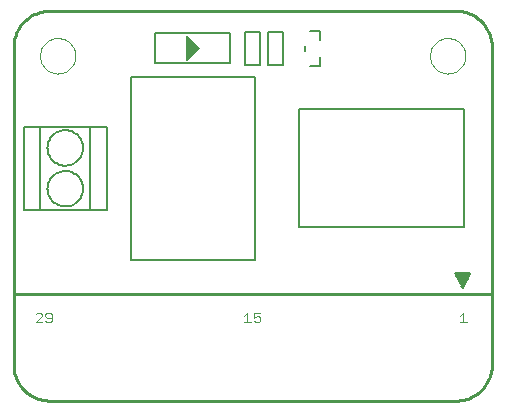
<source format=gto>
G75*
G70*
%OFA0B0*%
%FSLAX24Y24*%
%IPPOS*%
%LPD*%
%AMOC8*
5,1,8,0,0,1.08239X$1,22.5*
%
%ADD10C,0.0050*%
%ADD11C,0.0100*%
%ADD12C,0.0040*%
%ADD13C,0.0000*%
D10*
X004093Y004859D02*
X004093Y010961D01*
X008227Y010961D01*
X008227Y004859D01*
X004093Y004859D01*
X003288Y006532D02*
X002737Y006532D01*
X002737Y009288D01*
X003288Y009288D01*
X003288Y006532D01*
X002737Y006532D02*
X001083Y006532D01*
X001083Y009288D01*
X002737Y009288D01*
X001319Y008591D02*
X001321Y008639D01*
X001327Y008687D01*
X001337Y008734D01*
X001350Y008780D01*
X001368Y008825D01*
X001388Y008869D01*
X001413Y008911D01*
X001441Y008950D01*
X001471Y008987D01*
X001505Y009021D01*
X001542Y009053D01*
X001580Y009082D01*
X001621Y009107D01*
X001664Y009129D01*
X001709Y009147D01*
X001755Y009161D01*
X001802Y009172D01*
X001850Y009179D01*
X001898Y009182D01*
X001946Y009181D01*
X001994Y009176D01*
X002042Y009167D01*
X002088Y009155D01*
X002133Y009138D01*
X002177Y009118D01*
X002219Y009095D01*
X002259Y009068D01*
X002297Y009038D01*
X002332Y009005D01*
X002364Y008969D01*
X002394Y008931D01*
X002420Y008890D01*
X002442Y008847D01*
X002462Y008803D01*
X002477Y008758D01*
X002489Y008711D01*
X002497Y008663D01*
X002501Y008615D01*
X002501Y008567D01*
X002497Y008519D01*
X002489Y008471D01*
X002477Y008424D01*
X002462Y008379D01*
X002442Y008335D01*
X002420Y008292D01*
X002394Y008251D01*
X002364Y008213D01*
X002332Y008177D01*
X002297Y008144D01*
X002259Y008114D01*
X002219Y008087D01*
X002177Y008064D01*
X002133Y008044D01*
X002088Y008027D01*
X002042Y008015D01*
X001994Y008006D01*
X001946Y008001D01*
X001898Y008000D01*
X001850Y008003D01*
X001802Y008010D01*
X001755Y008021D01*
X001709Y008035D01*
X001664Y008053D01*
X001621Y008075D01*
X001580Y008100D01*
X001542Y008129D01*
X001505Y008161D01*
X001471Y008195D01*
X001441Y008232D01*
X001413Y008271D01*
X001388Y008313D01*
X001368Y008357D01*
X001350Y008402D01*
X001337Y008448D01*
X001327Y008495D01*
X001321Y008543D01*
X001319Y008591D01*
X001083Y009288D02*
X000532Y009288D01*
X000532Y006532D01*
X001083Y006532D01*
X001319Y007229D02*
X001321Y007277D01*
X001327Y007325D01*
X001337Y007372D01*
X001350Y007418D01*
X001368Y007463D01*
X001388Y007507D01*
X001413Y007549D01*
X001441Y007588D01*
X001471Y007625D01*
X001505Y007659D01*
X001542Y007691D01*
X001580Y007720D01*
X001621Y007745D01*
X001664Y007767D01*
X001709Y007785D01*
X001755Y007799D01*
X001802Y007810D01*
X001850Y007817D01*
X001898Y007820D01*
X001946Y007819D01*
X001994Y007814D01*
X002042Y007805D01*
X002088Y007793D01*
X002133Y007776D01*
X002177Y007756D01*
X002219Y007733D01*
X002259Y007706D01*
X002297Y007676D01*
X002332Y007643D01*
X002364Y007607D01*
X002394Y007569D01*
X002420Y007528D01*
X002442Y007485D01*
X002462Y007441D01*
X002477Y007396D01*
X002489Y007349D01*
X002497Y007301D01*
X002501Y007253D01*
X002501Y007205D01*
X002497Y007157D01*
X002489Y007109D01*
X002477Y007062D01*
X002462Y007017D01*
X002442Y006973D01*
X002420Y006930D01*
X002394Y006889D01*
X002364Y006851D01*
X002332Y006815D01*
X002297Y006782D01*
X002259Y006752D01*
X002219Y006725D01*
X002177Y006702D01*
X002133Y006682D01*
X002088Y006665D01*
X002042Y006653D01*
X001994Y006644D01*
X001946Y006639D01*
X001898Y006638D01*
X001850Y006641D01*
X001802Y006648D01*
X001755Y006659D01*
X001709Y006673D01*
X001664Y006691D01*
X001621Y006713D01*
X001580Y006738D01*
X001542Y006767D01*
X001505Y006799D01*
X001471Y006833D01*
X001441Y006870D01*
X001413Y006909D01*
X001388Y006951D01*
X001368Y006995D01*
X001350Y007040D01*
X001337Y007086D01*
X001327Y007133D01*
X001321Y007181D01*
X001319Y007229D01*
X004910Y011410D02*
X004910Y012410D01*
X007410Y012410D01*
X007410Y011410D01*
X004910Y011410D01*
X005960Y011510D02*
X005960Y012310D01*
X006010Y012260D01*
X006010Y011560D01*
X006060Y011610D01*
X006060Y012210D01*
X006110Y012160D01*
X006110Y011660D01*
X006160Y011710D01*
X006160Y012110D01*
X006210Y012060D01*
X006210Y011760D01*
X006260Y011810D01*
X006260Y012010D01*
X006310Y011960D01*
X006310Y011860D01*
X006260Y011810D01*
X006210Y011760D02*
X006160Y011710D01*
X006110Y011660D02*
X006060Y011610D01*
X006010Y011560D02*
X005960Y011510D01*
X006310Y011860D02*
X006360Y011910D01*
X006310Y011960D01*
X006260Y012010D02*
X006210Y012060D01*
X006160Y012110D02*
X006110Y012160D01*
X006060Y012210D02*
X006010Y012260D01*
X007910Y012460D02*
X007910Y011360D01*
X008410Y011360D01*
X008410Y012460D01*
X007910Y012460D01*
X008660Y012460D02*
X009160Y012460D01*
X009160Y011360D01*
X008660Y011360D01*
X008660Y012460D01*
X009910Y011985D02*
X009910Y011835D01*
X010060Y011335D02*
X010410Y011335D01*
X010410Y011635D01*
X010410Y012185D02*
X010410Y012485D01*
X010060Y012485D01*
X009707Y009879D02*
X015219Y009879D01*
X015219Y005941D01*
X009707Y005941D01*
X009707Y009879D01*
X014910Y004410D02*
X015160Y003910D01*
X015410Y004410D01*
X014910Y004410D01*
X014925Y004380D02*
X015395Y004380D01*
X015371Y004332D02*
X014949Y004332D01*
X014973Y004283D02*
X015347Y004283D01*
X015322Y004235D02*
X014998Y004235D01*
X015022Y004186D02*
X015298Y004186D01*
X015274Y004138D02*
X015046Y004138D01*
X015070Y004089D02*
X015250Y004089D01*
X015225Y004041D02*
X015095Y004041D01*
X015119Y003992D02*
X015201Y003992D01*
X015177Y003944D02*
X015143Y003944D01*
D11*
X014932Y000164D02*
X001388Y000164D01*
X001321Y000166D01*
X001254Y000172D01*
X001187Y000181D01*
X001121Y000194D01*
X001056Y000211D01*
X000992Y000231D01*
X000929Y000255D01*
X000867Y000283D01*
X000808Y000314D01*
X000750Y000348D01*
X000694Y000385D01*
X000640Y000426D01*
X000588Y000469D01*
X000539Y000515D01*
X000493Y000564D01*
X000450Y000616D01*
X000409Y000670D01*
X000372Y000726D01*
X000338Y000784D01*
X000307Y000843D01*
X000279Y000905D01*
X000255Y000968D01*
X000235Y001032D01*
X000218Y001097D01*
X000205Y001163D01*
X000196Y001230D01*
X000190Y001297D01*
X000188Y001364D01*
X000188Y011956D01*
X000190Y012023D01*
X000196Y012090D01*
X000205Y012157D01*
X000218Y012223D01*
X000235Y012288D01*
X000255Y012352D01*
X000279Y012415D01*
X000307Y012477D01*
X000338Y012536D01*
X000372Y012594D01*
X000409Y012650D01*
X000450Y012704D01*
X000493Y012756D01*
X000539Y012805D01*
X000588Y012851D01*
X000640Y012894D01*
X000694Y012935D01*
X000750Y012972D01*
X000808Y013006D01*
X000867Y013037D01*
X000929Y013065D01*
X000992Y013089D01*
X001056Y013109D01*
X001121Y013126D01*
X001187Y013139D01*
X001254Y013148D01*
X001321Y013154D01*
X001388Y013156D01*
X014932Y013156D01*
X014999Y013154D01*
X015066Y013148D01*
X015133Y013139D01*
X015199Y013126D01*
X015264Y013109D01*
X015328Y013089D01*
X015391Y013065D01*
X015453Y013037D01*
X015512Y013006D01*
X015570Y012972D01*
X015626Y012935D01*
X015680Y012894D01*
X015732Y012851D01*
X015781Y012805D01*
X015827Y012756D01*
X015870Y012704D01*
X015911Y012650D01*
X015948Y012594D01*
X015982Y012536D01*
X016013Y012477D01*
X016041Y012415D01*
X016065Y012352D01*
X016085Y012288D01*
X016102Y012223D01*
X016115Y012157D01*
X016124Y012090D01*
X016130Y012023D01*
X016132Y011956D01*
X016132Y001364D01*
X016130Y001297D01*
X016124Y001230D01*
X016115Y001163D01*
X016102Y001097D01*
X016085Y001032D01*
X016065Y000968D01*
X016041Y000905D01*
X016013Y000843D01*
X015982Y000784D01*
X015948Y000726D01*
X015911Y000670D01*
X015870Y000616D01*
X015827Y000564D01*
X015781Y000515D01*
X015732Y000469D01*
X015680Y000426D01*
X015626Y000385D01*
X015570Y000348D01*
X015512Y000314D01*
X015453Y000283D01*
X015391Y000255D01*
X015328Y000231D01*
X015264Y000211D01*
X015199Y000194D01*
X015133Y000181D01*
X015066Y000172D01*
X014999Y000166D01*
X014932Y000164D01*
X016101Y003707D02*
X000219Y003707D01*
D12*
X000930Y003039D02*
X000982Y003090D01*
X001085Y003090D01*
X001137Y003039D01*
X001137Y002987D01*
X000930Y002780D01*
X001137Y002780D01*
X001252Y002832D02*
X001304Y002780D01*
X001407Y002780D01*
X001459Y002832D01*
X001459Y003039D01*
X001407Y003090D01*
X001304Y003090D01*
X001252Y003039D01*
X001252Y002987D01*
X001304Y002935D01*
X001459Y002935D01*
X007880Y002987D02*
X007983Y003090D01*
X007983Y002780D01*
X007880Y002780D02*
X008087Y002780D01*
X008202Y002832D02*
X008254Y002780D01*
X008357Y002780D01*
X008409Y002832D01*
X008409Y002935D01*
X008357Y002987D01*
X008306Y002987D01*
X008202Y002935D01*
X008202Y003090D01*
X008409Y003090D01*
X015080Y002987D02*
X015183Y003090D01*
X015183Y002780D01*
X015080Y002780D02*
X015287Y002780D01*
D13*
X014069Y011660D02*
X014071Y011708D01*
X014077Y011756D01*
X014087Y011803D01*
X014100Y011849D01*
X014118Y011894D01*
X014138Y011938D01*
X014163Y011980D01*
X014191Y012019D01*
X014221Y012056D01*
X014255Y012090D01*
X014292Y012122D01*
X014330Y012151D01*
X014371Y012176D01*
X014414Y012198D01*
X014459Y012216D01*
X014505Y012230D01*
X014552Y012241D01*
X014600Y012248D01*
X014648Y012251D01*
X014696Y012250D01*
X014744Y012245D01*
X014792Y012236D01*
X014838Y012224D01*
X014883Y012207D01*
X014927Y012187D01*
X014969Y012164D01*
X015009Y012137D01*
X015047Y012107D01*
X015082Y012074D01*
X015114Y012038D01*
X015144Y012000D01*
X015170Y011959D01*
X015192Y011916D01*
X015212Y011872D01*
X015227Y011827D01*
X015239Y011780D01*
X015247Y011732D01*
X015251Y011684D01*
X015251Y011636D01*
X015247Y011588D01*
X015239Y011540D01*
X015227Y011493D01*
X015212Y011448D01*
X015192Y011404D01*
X015170Y011361D01*
X015144Y011320D01*
X015114Y011282D01*
X015082Y011246D01*
X015047Y011213D01*
X015009Y011183D01*
X014969Y011156D01*
X014927Y011133D01*
X014883Y011113D01*
X014838Y011096D01*
X014792Y011084D01*
X014744Y011075D01*
X014696Y011070D01*
X014648Y011069D01*
X014600Y011072D01*
X014552Y011079D01*
X014505Y011090D01*
X014459Y011104D01*
X014414Y011122D01*
X014371Y011144D01*
X014330Y011169D01*
X014292Y011198D01*
X014255Y011230D01*
X014221Y011264D01*
X014191Y011301D01*
X014163Y011340D01*
X014138Y011382D01*
X014118Y011426D01*
X014100Y011471D01*
X014087Y011517D01*
X014077Y011564D01*
X014071Y011612D01*
X014069Y011660D01*
X001069Y011660D02*
X001071Y011708D01*
X001077Y011756D01*
X001087Y011803D01*
X001100Y011849D01*
X001118Y011894D01*
X001138Y011938D01*
X001163Y011980D01*
X001191Y012019D01*
X001221Y012056D01*
X001255Y012090D01*
X001292Y012122D01*
X001330Y012151D01*
X001371Y012176D01*
X001414Y012198D01*
X001459Y012216D01*
X001505Y012230D01*
X001552Y012241D01*
X001600Y012248D01*
X001648Y012251D01*
X001696Y012250D01*
X001744Y012245D01*
X001792Y012236D01*
X001838Y012224D01*
X001883Y012207D01*
X001927Y012187D01*
X001969Y012164D01*
X002009Y012137D01*
X002047Y012107D01*
X002082Y012074D01*
X002114Y012038D01*
X002144Y012000D01*
X002170Y011959D01*
X002192Y011916D01*
X002212Y011872D01*
X002227Y011827D01*
X002239Y011780D01*
X002247Y011732D01*
X002251Y011684D01*
X002251Y011636D01*
X002247Y011588D01*
X002239Y011540D01*
X002227Y011493D01*
X002212Y011448D01*
X002192Y011404D01*
X002170Y011361D01*
X002144Y011320D01*
X002114Y011282D01*
X002082Y011246D01*
X002047Y011213D01*
X002009Y011183D01*
X001969Y011156D01*
X001927Y011133D01*
X001883Y011113D01*
X001838Y011096D01*
X001792Y011084D01*
X001744Y011075D01*
X001696Y011070D01*
X001648Y011069D01*
X001600Y011072D01*
X001552Y011079D01*
X001505Y011090D01*
X001459Y011104D01*
X001414Y011122D01*
X001371Y011144D01*
X001330Y011169D01*
X001292Y011198D01*
X001255Y011230D01*
X001221Y011264D01*
X001191Y011301D01*
X001163Y011340D01*
X001138Y011382D01*
X001118Y011426D01*
X001100Y011471D01*
X001087Y011517D01*
X001077Y011564D01*
X001071Y011612D01*
X001069Y011660D01*
M02*

</source>
